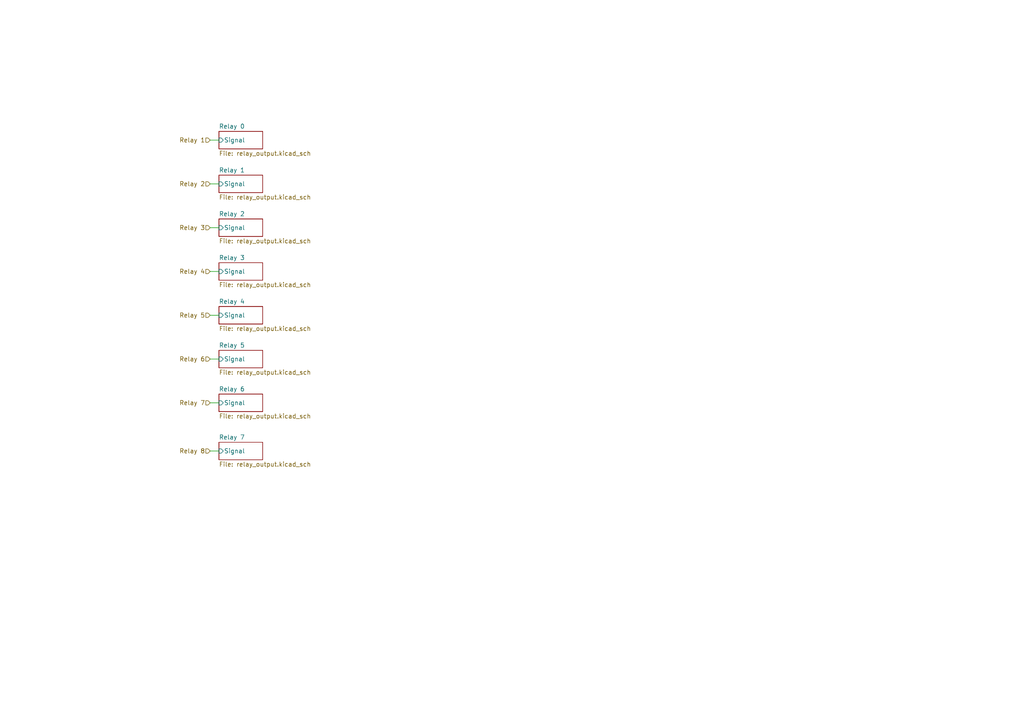
<source format=kicad_sch>
(kicad_sch
	(version 20231120)
	(generator "eeschema")
	(generator_version "8.0")
	(uuid "73d16da3-65c9-40ab-8eb0-3a9e99c4c735")
	(paper "A4")
	(lib_symbols)
	(wire
		(pts
			(xy 60.96 91.44) (xy 63.5 91.44)
		)
		(stroke
			(width 0)
			(type default)
		)
		(uuid "05924a33-9600-47de-999e-c9599bb0178f")
	)
	(wire
		(pts
			(xy 60.96 53.34) (xy 63.5 53.34)
		)
		(stroke
			(width 0)
			(type default)
		)
		(uuid "10472e39-85f5-49ee-bbbe-9f9c540fcba6")
	)
	(wire
		(pts
			(xy 60.96 130.81) (xy 63.5 130.81)
		)
		(stroke
			(width 0)
			(type default)
		)
		(uuid "11298cf9-7017-4b07-8c1d-752c9d59f77e")
	)
	(wire
		(pts
			(xy 60.96 40.64) (xy 63.5 40.64)
		)
		(stroke
			(width 0)
			(type default)
		)
		(uuid "56197cb0-6c3b-4205-bcb2-ccbaa3d1cadc")
	)
	(wire
		(pts
			(xy 60.96 116.84) (xy 63.5 116.84)
		)
		(stroke
			(width 0)
			(type default)
		)
		(uuid "7eb780ca-50bd-4ccb-9d71-e9c8b8be9128")
	)
	(wire
		(pts
			(xy 60.96 66.04) (xy 63.5 66.04)
		)
		(stroke
			(width 0)
			(type default)
		)
		(uuid "84b55781-2e81-4145-bba4-260d07843eb5")
	)
	(wire
		(pts
			(xy 60.96 104.14) (xy 63.5 104.14)
		)
		(stroke
			(width 0)
			(type default)
		)
		(uuid "a27005f9-b973-4510-be02-901b7d75a9b8")
	)
	(wire
		(pts
			(xy 60.96 78.74) (xy 63.5 78.74)
		)
		(stroke
			(width 0)
			(type default)
		)
		(uuid "d91714d9-033e-454c-8734-0f25d3e3c0fa")
	)
	(hierarchical_label "Relay 5"
		(shape input)
		(at 60.96 91.44 180)
		(fields_autoplaced yes)
		(effects
			(font
				(size 1.27 1.27)
			)
			(justify right)
		)
		(uuid "227ab1a9-9b6d-4fb6-965b-79956dd9df2b")
	)
	(hierarchical_label "Relay 3"
		(shape input)
		(at 60.96 66.04 180)
		(fields_autoplaced yes)
		(effects
			(font
				(size 1.27 1.27)
			)
			(justify right)
		)
		(uuid "55ded5c8-3b16-45d0-b261-b9ead583ad75")
	)
	(hierarchical_label "Relay 8"
		(shape input)
		(at 60.96 130.81 180)
		(fields_autoplaced yes)
		(effects
			(font
				(size 1.27 1.27)
			)
			(justify right)
		)
		(uuid "6427b896-fe84-465c-9ff0-9b8d90ed5adb")
	)
	(hierarchical_label "Relay 2"
		(shape input)
		(at 60.96 53.34 180)
		(fields_autoplaced yes)
		(effects
			(font
				(size 1.27 1.27)
			)
			(justify right)
		)
		(uuid "67e686f4-8489-4b5a-9df3-960e8f87c034")
	)
	(hierarchical_label "Relay 1"
		(shape input)
		(at 60.96 40.64 180)
		(fields_autoplaced yes)
		(effects
			(font
				(size 1.27 1.27)
			)
			(justify right)
		)
		(uuid "acc21073-8220-4eb6-8854-c0594a52ad77")
	)
	(hierarchical_label "Relay 6"
		(shape input)
		(at 60.96 104.14 180)
		(fields_autoplaced yes)
		(effects
			(font
				(size 1.27 1.27)
			)
			(justify right)
		)
		(uuid "b9cb6919-6725-4034-93b1-1005899ea849")
	)
	(hierarchical_label "Relay 7"
		(shape input)
		(at 60.96 116.84 180)
		(fields_autoplaced yes)
		(effects
			(font
				(size 1.27 1.27)
			)
			(justify right)
		)
		(uuid "c9dbd1f6-d6ac-41ca-a61c-8ee87b6fe238")
	)
	(hierarchical_label "Relay 4"
		(shape input)
		(at 60.96 78.74 180)
		(fields_autoplaced yes)
		(effects
			(font
				(size 1.27 1.27)
			)
			(justify right)
		)
		(uuid "eea0287f-7718-43f0-b934-b2f59f4388f0")
	)
	(sheet
		(at 63.5 101.6)
		(size 12.7 5.08)
		(fields_autoplaced yes)
		(stroke
			(width 0.1524)
			(type solid)
		)
		(fill
			(color 0 0 0 0.0000)
		)
		(uuid "8d3ba362-3b92-45f3-9060-730beedd8499")
		(property "Sheetname" "Relay 5"
			(at 63.5 100.8884 0)
			(effects
				(font
					(size 1.27 1.27)
				)
				(justify left bottom)
			)
		)
		(property "Sheetfile" "relay_output.kicad_sch"
			(at 63.5 107.2646 0)
			(effects
				(font
					(size 1.27 1.27)
				)
				(justify left top)
			)
		)
		(pin "Signal" input
			(at 63.5 104.14 180)
			(effects
				(font
					(size 1.27 1.27)
				)
				(justify left)
			)
			(uuid "be7448e4-c70d-4b8a-b83a-d00a33e503c6")
		)
		(instances
			(project "pico-plc"
				(path "/fc9ff52a-d720-4efe-8661-3db6c88a54e4/04ede582-ad77-44e8-a7e8-28b2ed118ac8"
					(page "18")
				)
			)
		)
	)
	(sheet
		(at 63.5 114.3)
		(size 12.7 5.08)
		(fields_autoplaced yes)
		(stroke
			(width 0.1524)
			(type solid)
		)
		(fill
			(color 0 0 0 0.0000)
		)
		(uuid "96f92402-c7b7-4dc5-a9ff-0af65a03efd2")
		(property "Sheetname" "Relay 6"
			(at 63.5 113.5884 0)
			(effects
				(font
					(size 1.27 1.27)
				)
				(justify left bottom)
			)
		)
		(property "Sheetfile" "relay_output.kicad_sch"
			(at 63.5 119.9646 0)
			(effects
				(font
					(size 1.27 1.27)
				)
				(justify left top)
			)
		)
		(pin "Signal" input
			(at 63.5 116.84 180)
			(effects
				(font
					(size 1.27 1.27)
				)
				(justify left)
			)
			(uuid "3f95b000-e9b9-4bf5-a08d-ea4d0481bdaa")
		)
		(instances
			(project "pico-plc"
				(path "/fc9ff52a-d720-4efe-8661-3db6c88a54e4/04ede582-ad77-44e8-a7e8-28b2ed118ac8"
					(page "19")
				)
			)
		)
	)
	(sheet
		(at 63.5 63.5)
		(size 12.7 5.08)
		(fields_autoplaced yes)
		(stroke
			(width 0.1524)
			(type solid)
		)
		(fill
			(color 0 0 0 0.0000)
		)
		(uuid "9999e760-32a4-456c-949e-48b48f741e76")
		(property "Sheetname" "Relay 2"
			(at 63.5 62.7884 0)
			(effects
				(font
					(size 1.27 1.27)
				)
				(justify left bottom)
			)
		)
		(property "Sheetfile" "relay_output.kicad_sch"
			(at 63.5 69.1646 0)
			(effects
				(font
					(size 1.27 1.27)
				)
				(justify left top)
			)
		)
		(pin "Signal" input
			(at 63.5 66.04 180)
			(effects
				(font
					(size 1.27 1.27)
				)
				(justify left)
			)
			(uuid "4869f46b-86a4-4364-b636-3037b902fb1e")
		)
		(instances
			(project "pico-plc"
				(path "/fc9ff52a-d720-4efe-8661-3db6c88a54e4/04ede582-ad77-44e8-a7e8-28b2ed118ac8"
					(page "15")
				)
			)
		)
	)
	(sheet
		(at 63.5 50.8)
		(size 12.7 5.08)
		(fields_autoplaced yes)
		(stroke
			(width 0.1524)
			(type solid)
		)
		(fill
			(color 0 0 0 0.0000)
		)
		(uuid "d16c5b7f-0576-4119-88d6-02fdf5409e99")
		(property "Sheetname" "Relay 1"
			(at 63.5 50.0884 0)
			(effects
				(font
					(size 1.27 1.27)
				)
				(justify left bottom)
			)
		)
		(property "Sheetfile" "relay_output.kicad_sch"
			(at 63.5 56.4646 0)
			(effects
				(font
					(size 1.27 1.27)
				)
				(justify left top)
			)
		)
		(pin "Signal" input
			(at 63.5 53.34 180)
			(effects
				(font
					(size 1.27 1.27)
				)
				(justify left)
			)
			(uuid "ef2d05f7-a826-49e2-8183-f092cf9e64e8")
		)
		(instances
			(project "pico-plc"
				(path "/fc9ff52a-d720-4efe-8661-3db6c88a54e4/04ede582-ad77-44e8-a7e8-28b2ed118ac8"
					(page "14")
				)
			)
		)
	)
	(sheet
		(at 63.5 128.27)
		(size 12.7 5.08)
		(fields_autoplaced yes)
		(stroke
			(width 0.1524)
			(type solid)
		)
		(fill
			(color 0 0 0 0.0000)
		)
		(uuid "d40337d4-8a6b-49e2-ab5e-01b05c1c8443")
		(property "Sheetname" "Relay 7"
			(at 63.5 127.5584 0)
			(effects
				(font
					(size 1.27 1.27)
				)
				(justify left bottom)
			)
		)
		(property "Sheetfile" "relay_output.kicad_sch"
			(at 63.5 133.9346 0)
			(effects
				(font
					(size 1.27 1.27)
				)
				(justify left top)
			)
		)
		(pin "Signal" input
			(at 63.5 130.81 180)
			(effects
				(font
					(size 1.27 1.27)
				)
				(justify left)
			)
			(uuid "09c1d7cc-713b-4f7d-9ee6-1027e1ee6e6d")
		)
		(instances
			(project "pico-plc"
				(path "/fc9ff52a-d720-4efe-8661-3db6c88a54e4/04ede582-ad77-44e8-a7e8-28b2ed118ac8"
					(page "20")
				)
			)
		)
	)
	(sheet
		(at 63.5 88.9)
		(size 12.7 5.08)
		(fields_autoplaced yes)
		(stroke
			(width 0.1524)
			(type solid)
		)
		(fill
			(color 0 0 0 0.0000)
		)
		(uuid "e4c5e140-4a91-44ab-87ca-e134dccbaaf6")
		(property "Sheetname" "Relay 4"
			(at 63.5 88.1884 0)
			(effects
				(font
					(size 1.27 1.27)
				)
				(justify left bottom)
			)
		)
		(property "Sheetfile" "relay_output.kicad_sch"
			(at 63.5 94.5646 0)
			(effects
				(font
					(size 1.27 1.27)
				)
				(justify left top)
			)
		)
		(pin "Signal" input
			(at 63.5 91.44 180)
			(effects
				(font
					(size 1.27 1.27)
				)
				(justify left)
			)
			(uuid "6f1e40b2-7a7a-410c-9224-6c6a90a32a58")
		)
		(instances
			(project "pico-plc"
				(path "/fc9ff52a-d720-4efe-8661-3db6c88a54e4/04ede582-ad77-44e8-a7e8-28b2ed118ac8"
					(page "17")
				)
			)
		)
	)
	(sheet
		(at 63.5 38.1)
		(size 12.7 5.08)
		(fields_autoplaced yes)
		(stroke
			(width 0.1524)
			(type solid)
		)
		(fill
			(color 0 0 0 0.0000)
		)
		(uuid "fbd8dd50-415f-4c7a-8435-67461a0abf61")
		(property "Sheetname" "Relay 0"
			(at 63.5 37.3884 0)
			(effects
				(font
					(size 1.27 1.27)
				)
				(justify left bottom)
			)
		)
		(property "Sheetfile" "relay_output.kicad_sch"
			(at 63.5 43.7646 0)
			(effects
				(font
					(size 1.27 1.27)
				)
				(justify left top)
			)
		)
		(pin "Signal" input
			(at 63.5 40.64 180)
			(effects
				(font
					(size 1.27 1.27)
				)
				(justify left)
			)
			(uuid "ddebcb77-b8fe-4c92-94fd-ff5183996cd0")
		)
		(instances
			(project "pico-plc"
				(path "/fc9ff52a-d720-4efe-8661-3db6c88a54e4/04ede582-ad77-44e8-a7e8-28b2ed118ac8"
					(page "13")
				)
			)
		)
	)
	(sheet
		(at 63.5 76.2)
		(size 12.7 5.08)
		(fields_autoplaced yes)
		(stroke
			(width 0.1524)
			(type solid)
		)
		(fill
			(color 0 0 0 0.0000)
		)
		(uuid "fe25513e-b908-4f4a-beb6-d8cfa254527d")
		(property "Sheetname" "Relay 3"
			(at 63.5 75.4884 0)
			(effects
				(font
					(size 1.27 1.27)
				)
				(justify left bottom)
			)
		)
		(property "Sheetfile" "relay_output.kicad_sch"
			(at 63.5 81.8646 0)
			(effects
				(font
					(size 1.27 1.27)
				)
				(justify left top)
			)
		)
		(pin "Signal" input
			(at 63.5 78.74 180)
			(effects
				(font
					(size 1.27 1.27)
				)
				(justify left)
			)
			(uuid "972e18fb-2068-4671-b4db-13827ae9a185")
		)
		(instances
			(project "pico-plc"
				(path "/fc9ff52a-d720-4efe-8661-3db6c88a54e4/04ede582-ad77-44e8-a7e8-28b2ed118ac8"
					(page "16")
				)
			)
		)
	)
)

</source>
